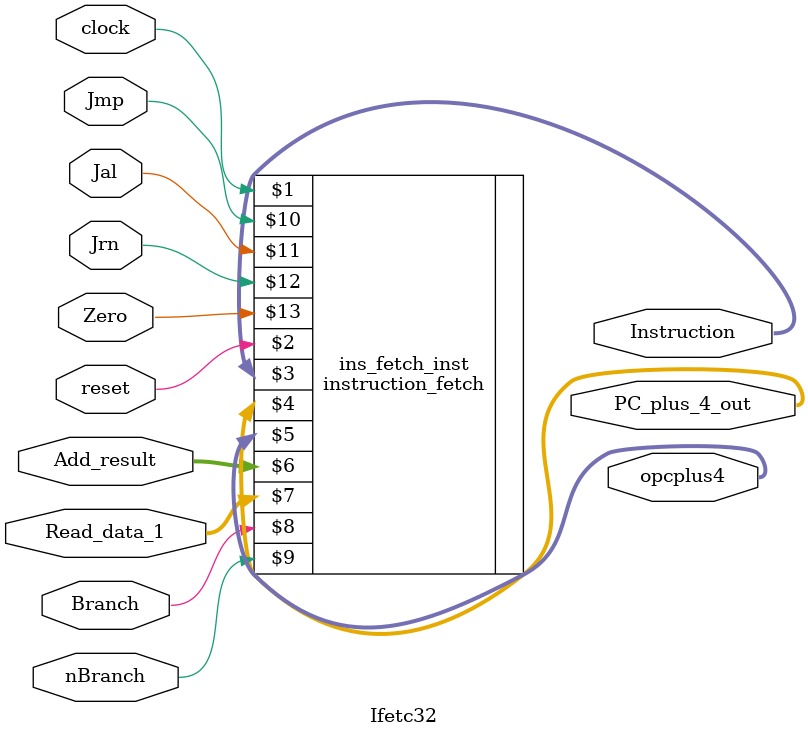
<source format=v>
module Ifetc32 (
    output[31:0] Instruction,
    output[31:0] PC_plus_4_out,
    input[31:0]  Add_result,
    input[31:0]  Read_data_1,
    input        Branch,
    input        nBranch,
    input        Jmp,
    input        Jal,
    input        Jrn,
    input        Zero,
    input        clock,
    input        reset,
    output[31:0] opcplus4
);

instruction_fetch ins_fetch_inst(
    clock, reset,
    Instruction,
    PC_plus_4_out,
    opcplus4,
    Add_result,
    Read_data_1,
    Branch,
    nBranch,
    Jmp,
    Jal,
    Jrn,
    Zero
);

endmodule
</source>
